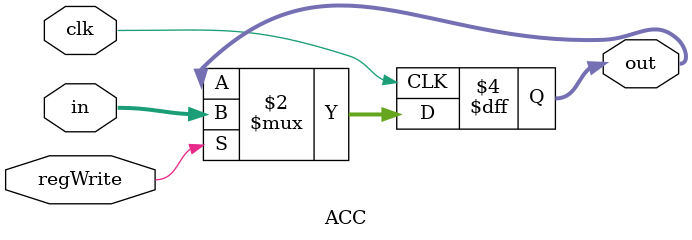
<source format=v>
module ACC(
	input wire clk,
	input wire regWrite,
	input wire [7:0] in,
	output reg [7:0] out
);

always@(posedge clk) begin
	if(regWrite)
		out <= in;
end

endmodule

</source>
